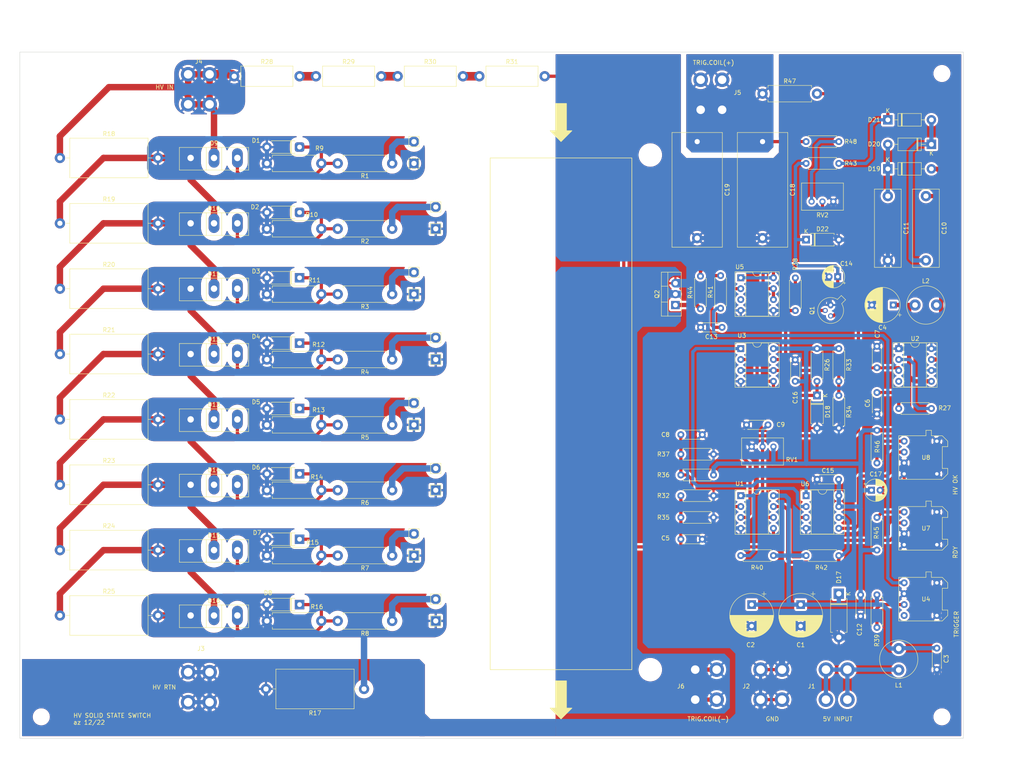
<source format=kicad_pcb>
(kicad_pcb (version 20211014) (generator pcbnew)

  (general
    (thickness 1.6)
  )

  (paper "A3")
  (layers
    (0 "F.Cu" signal)
    (31 "B.Cu" signal)
    (32 "B.Adhes" user "B.Adhesive")
    (33 "F.Adhes" user "F.Adhesive")
    (34 "B.Paste" user)
    (35 "F.Paste" user)
    (36 "B.SilkS" user "B.Silkscreen")
    (37 "F.SilkS" user "F.Silkscreen")
    (38 "B.Mask" user)
    (39 "F.Mask" user)
    (40 "Dwgs.User" user "User.Drawings")
    (41 "Cmts.User" user "User.Comments")
    (42 "Eco1.User" user "User.Eco1")
    (43 "Eco2.User" user "User.Eco2")
    (44 "Edge.Cuts" user)
    (45 "Margin" user)
    (46 "B.CrtYd" user "B.Courtyard")
    (47 "F.CrtYd" user "F.Courtyard")
    (48 "B.Fab" user)
    (49 "F.Fab" user)
    (50 "User.1" user)
    (51 "User.2" user)
    (52 "User.3" user)
    (53 "User.4" user)
    (54 "User.5" user)
    (55 "User.6" user)
    (56 "User.7" user)
    (57 "User.8" user)
    (58 "User.9" user)
  )

  (setup
    (stackup
      (layer "F.SilkS" (type "Top Silk Screen"))
      (layer "F.Paste" (type "Top Solder Paste"))
      (layer "F.Mask" (type "Top Solder Mask") (thickness 0.01))
      (layer "F.Cu" (type "copper") (thickness 0.035))
      (layer "dielectric 1" (type "core") (thickness 1.51) (material "FR4") (epsilon_r 4.5) (loss_tangent 0.02))
      (layer "B.Cu" (type "copper") (thickness 0.035))
      (layer "B.Mask" (type "Bottom Solder Mask") (thickness 0.01))
      (layer "B.Paste" (type "Bottom Solder Paste"))
      (layer "B.SilkS" (type "Bottom Silk Screen"))
      (copper_finish "None")
      (dielectric_constraints no)
    )
    (pad_to_mask_clearance 0)
    (pcbplotparams
      (layerselection 0x0001000_ffffffff)
      (disableapertmacros false)
      (usegerberextensions true)
      (usegerberattributes true)
      (usegerberadvancedattributes true)
      (creategerberjobfile false)
      (svguseinch false)
      (svgprecision 6)
      (excludeedgelayer true)
      (plotframeref false)
      (viasonmask false)
      (mode 1)
      (useauxorigin false)
      (hpglpennumber 1)
      (hpglpenspeed 20)
      (hpglpendiameter 15.000000)
      (dxfpolygonmode true)
      (dxfimperialunits true)
      (dxfusepcbnewfont true)
      (psnegative false)
      (psa4output false)
      (plotreference true)
      (plotvalue true)
      (plotinvisibletext false)
      (sketchpadsonfab false)
      (subtractmaskfromsilk false)
      (outputformat 1)
      (mirror false)
      (drillshape 0)
      (scaleselection 1)
      (outputdirectory "gerber/")
    )
  )

  (net 0 "")
  (net 1 "+5V")
  (net 2 "GND")
  (net 3 "Net-(C5-Pad1)")
  (net 4 "Net-(C6-Pad2)")
  (net 5 "/V_CAP")
  (net 6 "Net-(C9-Pad1)")
  (net 7 "Net-(C8-Pad1)")
  (net 8 "Net-(C10-Pad1)")
  (net 9 "/trigger_coil(+)")
  (net 10 "Net-(D1-Pad1)")
  (net 11 "Net-(D10-Pad3)")
  (net 12 "Net-(D11-Pad3)")
  (net 13 "Net-(D12-Pad3)")
  (net 14 "Net-(D13-Pad3)")
  (net 15 "Net-(D14-Pad3)")
  (net 16 "Net-(D15-Pad3)")
  (net 17 "Net-(D16-Pad3)")
  (net 18 "/HV_INPUT")
  (net 19 "Net-(D21-Pad1)")
  (net 20 "Net-(Q2-Pad1)")
  (net 21 "/trigger_coil(-)")
  (net 22 "Net-(R1-Pad1)")
  (net 23 "Net-(R2-Pad1)")
  (net 24 "Net-(R3-Pad1)")
  (net 25 "Net-(R4-Pad1)")
  (net 26 "Net-(R5-Pad1)")
  (net 27 "Net-(R6-Pad1)")
  (net 28 "Net-(R7-Pad1)")
  (net 29 "Net-(R8-Pad1)")
  (net 30 "Net-(D18-Pad1)")
  (net 31 "Net-(R30-Pad2)")
  (net 32 "/CAP_DISABLE")
  (net 33 "Net-(Q1-Pad2)")
  (net 34 "Net-(R39-Pad1)")
  (net 35 "Net-(R28-Pad2)")
  (net 36 "Net-(R29-Pad2)")
  (net 37 "Net-(R40-Pad2)")
  (net 38 "Net-(R45-Pad1)")
  (net 39 "Net-(J1-Pad1)")
  (net 40 "unconnected-(U4-Pad4)")
  (net 41 "unconnected-(U5-Pad3)")
  (net 42 "Net-(U6-Pad3)")
  (net 43 "Net-(U6-Pad5)")
  (net 44 "/K1")
  (net 45 "/K2")
  (net 46 "/K3")
  (net 47 "/K4")
  (net 48 "/K5")
  (net 49 "/K6")
  (net 50 "/K7")
  (net 51 "/K8")
  (net 52 "Net-(C10-Pad2)")
  (net 53 "Net-(C11-Pad1)")
  (net 54 "Net-(C13-Pad1)")
  (net 55 "/CAP_RDY")
  (net 56 "Net-(C14-Pad1)")
  (net 57 "Net-(R27-Pad1)")
  (net 58 "Net-(R33-Pad2)")
  (net 59 "Net-(R41-Pad1)")
  (net 60 "Net-(R42-Pad2)")
  (net 61 "Net-(R44-Pad2)")
  (net 62 "Net-(R46-Pad1)")
  (net 63 "Net-(R48-Pad1)")

  (footprint "Diode_THT:D_A-405_P7.62mm_Horizontal" (layer "F.Cu") (at 227.33 78.74))

  (footprint "TestPoint:TestPoint_THTPad_2.0x2.0mm_Drill1.0mm" (layer "F.Cu") (at 135.89 91.44))

  (footprint "Package_DIP:DIP-8_W7.62mm_Socket" (layer "F.Cu") (at 212.09 87.63))

  (footprint "TestPoint:TestPoint_THTPad_2.0x2.0mm_Drill1.0mm" (layer "F.Cu") (at 140.97 71.12))

  (footprint "Package_TO_SOT_THT:TO-247-3_Vertical" (layer "F.Cu") (at 83.82 135.89))

  (footprint "Capacitor_THT:C_Disc_D4.3mm_W1.9mm_P5.00mm" (layer "F.Cu") (at 243.84 119.38 90))

  (footprint "Resistor_THT:R_Axial_DIN0411_L9.9mm_D3.6mm_P12.70mm_Horizontal" (layer "F.Cu") (at 101.6 152.4))

  (footprint "Resistor_THT:R_Axial_DIN0918_L18.0mm_D9.0mm_P22.86mm_Horizontal" (layer "F.Cu") (at 53.34 120.65))

  (footprint "Package_TO_SOT_THT:TO-247-3_Vertical" (layer "F.Cu") (at 83.82 151.13))

  (footprint "Capacitor_THT:C_Rect_L18.0mm_W6.0mm_P15.00mm_FKS3_FKP3" (layer "F.Cu") (at 255.27 68.58 -90))

  (footprint "Potentiometer_THT:Potentiometer_Bourns_3299W_Vertical" (layer "F.Cu") (at 228.6 69.85 180))

  (footprint "Inductor_THT:L_Radial_D8.7mm_P5.00mm_Fastron_07HCP" (layer "F.Cu") (at 252.73 93.98))

  (footprint "Package_TO_SOT_THT:TO-220-3_Vertical" (layer "F.Cu") (at 196.85 93.98 90))

  (footprint "Capacitor_THT:C_Rect_L26.5mm_W11.5mm_P22.50mm_MKS4" (layer "F.Cu") (at 201.93 55.88 -90))

  (footprint "Resistor_THT:R_Axial_DIN0207_L6.3mm_D2.5mm_P7.62mm_Horizontal" (layer "F.Cu") (at 207.391 94.742 90))

  (footprint "Resistor_THT:R_Axial_DIN0411_L9.9mm_D3.6mm_P12.70mm_Horizontal" (layer "F.Cu") (at 130.81 106.68 180))

  (footprint "Resistor_THT:R_Axial_DIN0207_L6.3mm_D2.5mm_P7.62mm_Horizontal" (layer "F.Cu") (at 227.33 60.96))

  (footprint "Package_TO_SOT_THT:TO-247-3_Vertical" (layer "F.Cu") (at 83.82 90.17))

  (footprint "Resistor_THT:R_Axial_DIN0207_L6.3mm_D2.5mm_P7.62mm_Horizontal" (layer "F.Cu") (at 243.84 130.81 90))

  (footprint "Capacitor_THT:C_Rect_L26.5mm_W11.5mm_P22.50mm_MKS4" (layer "F.Cu") (at 217.17 55.88 -90))

  (footprint "Diode_THT:D_DO-41_SOD81_P7.62mm_Horizontal" (layer "F.Cu") (at 109.22 57.15 180))

  (footprint "Resistor_THT:R_Axial_DIN0207_L6.3mm_D2.5mm_P7.62mm_Horizontal" (layer "F.Cu") (at 229.87 104.14 -90))

  (footprint "Capacitor_THT:CP_Radial_D10.0mm_P5.00mm" (layer "F.Cu") (at 214.63 163.83 -90))

  (footprint "TestPoint:TestPoint_THTPad_2.0x2.0mm_Drill1.0mm" (layer "F.Cu") (at 140.97 76.2))

  (footprint "TestPoint:TestPoint_THTPad_2.0x2.0mm_Drill1.0mm" (layer "F.Cu") (at 140.97 137.16))

  (footprint "Resistor_THT:R_Axial_DIN0414_L11.9mm_D4.5mm_P15.24mm_Horizontal" (layer "F.Cu") (at 151.13 40.64))

  (footprint "MountingHole:MountingHole_3.5mm" (layer "F.Cu") (at 149 59))

  (footprint "Resistor_THT:R_Axial_DIN0918_L18.0mm_D9.0mm_P22.86mm_Horizontal" (layer "F.Cu") (at 53.34 105.41))

  (footprint "Potentiometer_THT:Potentiometer_Bourns_3299W_Vertical" (layer "F.Cu") (at 219.71 127))

  (footprint "Resistor_THT:R_Axial_DIN0411_L9.9mm_D3.6mm_P12.70mm_Horizontal" (layer "F.Cu") (at 101.6 76.2))

  (footprint "Capacitor_THT:C_Disc_D4.3mm_W1.9mm_P5.00mm" (layer "F.Cu") (at 257.81 173.99 -90))

  (footprint "Capacitor_THT:C_Disc_D4.3mm_W1.9mm_P5.00mm" (layer "F.Cu") (at 234.91 134.62 180))

  (footprint "Resistor_THT:R_Axial_DIN0411_L9.9mm_D3.6mm_P12.70mm_Horizontal" (layer "F.Cu") (at 130.81 137.16 180))

  (footprint "Resistor_THT:R_Axial_DIN0207_L6.3mm_D2.5mm_P7.62mm_Horizontal" (layer "F.Cu") (at 234.95 55.88 180))

  (footprint "TestPoint:TestPoint_THTPad_2.0x2.0mm_Drill1.0mm" (layer "F.Cu") (at 140.97 101.6))

  (footprint "Resistor_THT:R_Axial_DIN0918_L18.0mm_D9.0mm_P22.86mm_Horizontal" (layer "F.Cu") (at 53.34 59.69))

  (footprint "Resistor_THT:R_Axial_DIN0207_L6.3mm_D2.5mm_P7.62mm_Horizontal" (layer "F.Cu") (at 198.12 138.43))

  (footprint "my_library:Keystone_PC_screw_terminal" (layer "F.Cu") (at 86.238 35.185))

  (footprint "Diode_THT:D_DO-41_SOD81_P7.62mm_Horizontal" (layer "F.Cu") (at 109.22 163.83 180))

  (footprint "Resistor_THT:R_Axial_DIN0411_L9.9mm_D3.6mm_P12.70mm_Horizontal" (layer "F.Cu") (at 101.6 106.68))

  (footprint "MountingHole:MountingHole_3.2mm_M3" (layer "F.Cu") (at 259 190))

  (footprint "Resistor_THT:R_Axial_DIN0207_L6.3mm_D2.5mm_P7.62mm_Horizontal" (layer "F.Cu") (at 227.33 152.4))

  (footprint "Package_TO_SOT_THT:TO-18-3" (layer "F.Cu") (at 233.045 93.98 -90))

  (footprint "Diode_THT:D_DO-41_SOD81_P7.62mm_Horizontal" (layer "F.Cu") (at 109.22 87.63 180))

  (footprint "Resistor_THT:R_Axial_DIN0411_L9.9mm_D3.6mm_P12.70mm_Horizontal" (layer "F.Cu") (at 130.81 91.44 180))

  (footprint "Capacitor_THT:C_Disc_D4.3mm_W1.9mm_P5.00mm" (layer "F.Cu") (at 224.79 111.76 90))

  (footprint "Diode_THT:D_DO-41_SOD81_P10.16mm_Horizontal" (layer "F.Cu") (at 246.38 62.23))

  (footprint "TestPoint:TestPoint_THTPad_2.0x2.0mm_Drill1.0mm" (layer "F.Cu") (at 135.89 86.36))

  (footprint "Resistor_THT:R_Axial_DIN0207_L6.3mm_D2.5mm_P7.62mm_Horizontal" (layer "F.Cu") (at 243.84 169.164 90))

  (footprint "my_library:Versatile_Link" (layer "F.Cu")
    (tedit 62C884E6) (tstamp 68688bdc-99cf-4c5e-ba0a-90133f3efadc)
    (at 255.27 139.7)
    (property "Sheetfile" "46_SCR_TH_stack_complete_V3.kicad_sch")
    (property "Sheetname" "")
    (path "/493c0a6e-a8b7-4f0f-a319-07f38b3e87ad")
    (attr through_hole)
    (fp_text reference "U7" (at 0 6.35) (layer "F.SilkS")
      (effects (font (siz
... [2664822 chars truncated]
</source>
